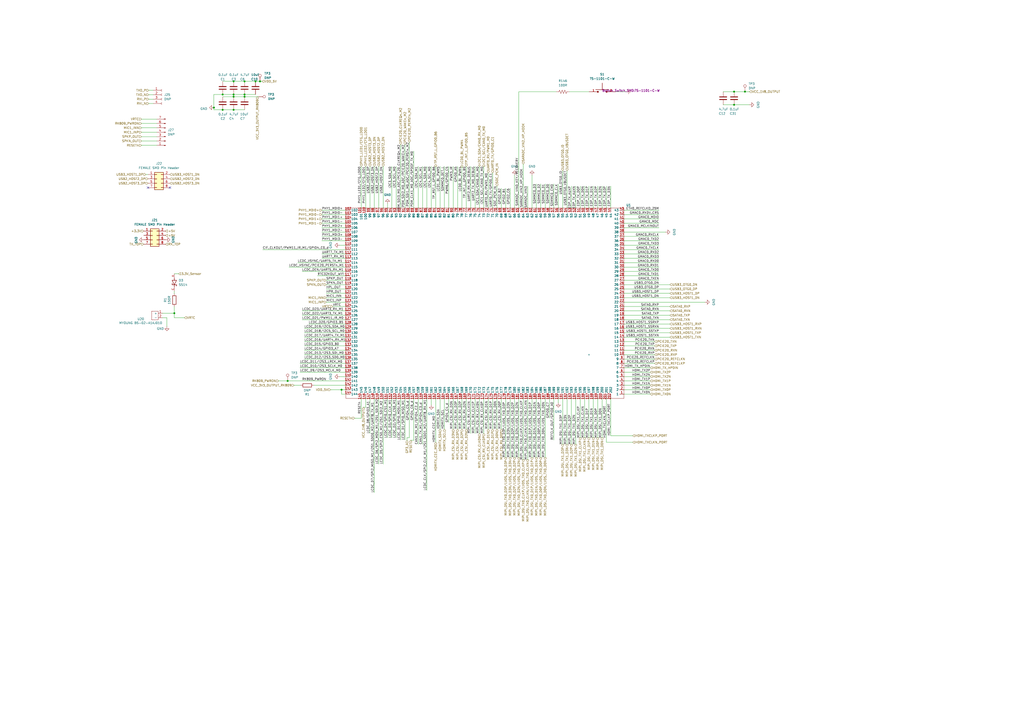
<source format=kicad_sch>
(kicad_sch (version 20230819) (generator eeschema)
  (paper "A2")
  (junction (at 150.8215 47.1958))
  (junction (at 135.5112 56.0858))
  (junction (at 129.1612 54.8158))
  (junction (at 432.1454 53.1687))
  (junction (at 135.5112 63.7058))
  (junction (at 129.1612 63.7058))
  (junction (at 141.8612 47.1958))
  (junction (at 101.1205 181.6835))
  (junction (at 198.12 226.06))
  (junction (at 425.8378 53.1687))
  (junction (at 135.5112 47.1958))
  (junction (at 135.5112 54.8158))
  (junction (at 124.0812 62.4358))
  (junction (at 141.8612 54.8158))
  (junction (at 141.8612 56.0858))
  (junction (at 166.8703 220.9744))
  (junction (at 425.8378 60.7887))
  (junction (at 148.2112 47.1958))
  (no_connect (at 85.8683 108.8433))
  (no_connect (at 98.5683 108.8433))
  (wire (pts (xy 361.95 124.46) (xy 382.27 124.46)))
  (wire (pts (xy 175.26 185.42) (xy 200.66 185.42)))
  (wire (pts (xy 257.81 120.65) (xy 257.81 96.52)))
  (wire (pts (xy 82.0583 84.3287) (xy 90.9483 84.3287)))
  (wire (pts (xy 229.87 231.14) (xy 229.87 254)))
  (wire (pts (xy 316.23 106.68) (xy 316.23 120.65)))
  (wire (pts (xy 288.29 107.95) (xy 288.29 120.65)))
  (wire (pts (xy 150.8215 47.1958) (xy 152.0212 47.1958)))
  (wire (pts (xy 273.05 231.14) (xy 273.05 251.46)))
  (wire (pts (xy 361.95 198.12) (xy 379.73 198.12)))
  (wire (pts (xy 361.95 226.06) (xy 377.19 226.06)))
  (wire (pts (xy 86.313 57.4984) (xy 88.853 57.4984)))
  (wire (pts (xy 232.41 120.65) (xy 232.41 83.82)))
  (wire (pts (xy 303.53 231.14) (xy 303.53 266.7)))
  (wire (pts (xy 300.99 53.2602) (xy 322.6793 53.2602)))
  (wire (pts (xy 425.8378 53.1687) (xy 432.1454 53.1687)))
  (wire (pts (xy 267.97 231.14) (xy 267.97 248.92)))
  (wire (pts (xy 339.09 107.95) (xy 339.09 120.65)))
  (wire (pts (xy 265.43 231.14) (xy 265.43 248.92)))
  (wire (pts (xy 290.83 231.14) (xy 290.83 248.92)))
  (wire (pts (xy 224.79 118.11) (xy 224.79 120.65)))
  (wire (pts (xy 270.51 231.14) (xy 270.51 248.92)))
  (wire (pts (xy 432.1454 53.1687) (xy 434.7278 53.1687)))
  (wire (pts (xy 419.4878 53.1687) (xy 425.8378 53.1687)))
  (wire (pts (xy 361.95 132.08) (xy 382.27 132.08)))
  (wire (pts (xy 361.95 165.1) (xy 388.62 165.1)))
  (wire (pts (xy 189.23 172.72) (xy 200.66 172.72)))
  (wire (pts (xy 321.31 106.68) (xy 321.31 120.65)))
  (wire (pts (xy 318.77 106.68) (xy 318.77 120.65)))
  (wire (pts (xy 101.1205 177.8735) (xy 101.1205 181.6835)))
  (wire (pts (xy 361.95 223.52) (xy 377.19 223.52)))
  (wire (pts (xy 242.57 120.65) (xy 242.57 96.52)))
  (wire (pts (xy 149.963 56.0858) (xy 141.8612 56.0858)))
  (wire (pts (xy 161.6321 220.9744) (xy 166.8703 220.9744)))
  (wire (pts (xy 361.95 129.54) (xy 382.27 129.54)))
  (wire (pts (xy 189.23 162.56) (xy 200.66 162.56)))
  (wire (pts (xy 175.26 180.34) (xy 200.66 180.34)))
  (wire (pts (xy 236.0953 253.8195) (xy 237.49 253.8195)))
  (wire (pts (xy 82.0583 71.6287) (xy 90.9483 71.6287)))
  (wire (pts (xy 300.99 231.14) (xy 300.99 265.43)))
  (wire (pts (xy 275.59 231.14) (xy 275.59 251.46)))
  (wire (pts (xy 361.95 162.56) (xy 382.27 162.56)))
  (wire (pts (xy 252.73 120.65) (xy 252.73 96.52)))
  (wire (pts (xy 240.03 231.14) (xy 240.03 255.3435)))
  (wire (pts (xy 214.63 231.14) (xy 214.63 251.46)))
  (wire (pts (xy 101.1205 170.2535) (xy 101.1205 168.9835)))
  (wire (pts (xy 234.95 231.14) (xy 234.95 255.27)))
  (wire (pts (xy 334.01 107.95) (xy 334.01 120.65)))
  (wire (pts (xy 247.65 120.65) (xy 247.65 96.52)))
  (wire (pts (xy 326.39 99.06) (xy 326.39 120.65)))
  (wire (pts (xy 236.0953 255.5838) (xy 236.0953 253.8195)))
  (wire (pts (xy 82.0583 69.0887) (xy 90.9483 69.0887)))
  (wire (pts (xy 354.33 107.95) (xy 354.33 120.65)))
  (wire (pts (xy 349.25 107.95) (xy 349.25 120.65)))
  (wire (pts (xy 103.6605 158.8235) (xy 101.1205 158.8235)))
  (wire (pts (xy 273.05 96.52) (xy 273.05 120.65)))
  (wire (pts (xy 82.0583 76.7087) (xy 90.9483 76.7087)))
  (wire (pts (xy 240.03 255.3435) (xy 238.2805 255.3435)))
  (wire (pts (xy 200.66 228.6) (xy 198.12 228.6)))
  (wire (pts (xy 361.95 121.92) (xy 382.27 121.92)))
  (wire (pts (xy 227.33 120.65) (xy 227.33 96.52)))
  (wire (pts (xy 361.95 213.36) (xy 377.19 213.36)))
  (wire (pts (xy 262.89 231.14) (xy 262.89 248.92)))
  (wire (pts (xy 176.53 203.2) (xy 200.66 203.2)))
  (wire (pts (xy 135.5112 56.0858) (xy 141.8612 56.0858)))
  (wire (pts (xy 419.4878 60.7887) (xy 425.8378 60.7887)))
  (wire (pts (xy 94.291 181.6835) (xy 94.291 181.757)))
  (wire (pts (xy 86.313 54.9584) (xy 88.853 54.9584)))
  (wire (pts (xy 189.23 175.26) (xy 200.66 175.26)))
  (wire (pts (xy 361.95 167.64) (xy 388.62 167.64)))
  (wire (pts (xy 361.95 203.2) (xy 379.73 203.2)))
  (wire (pts (xy 186.69 139.7) (xy 200.66 139.7)))
  (wire (pts (xy 148.2112 47.1958) (xy 150.8215 47.1958)))
  (wire (pts (xy 308.61 231.14) (xy 308.61 265.43)))
  (wire (pts (xy 184.15 160.02) (xy 200.66 160.02)))
  (wire (pts (xy 182.0252 223.52) (xy 200.66 223.52)))
  (wire (pts (xy 82.0583 74.1687) (xy 90.9483 74.1687)))
  (wire (pts (xy 94.291 181.6835) (xy 101.1205 181.6835)))
  (wire (pts (xy 176.53 193.04) (xy 200.66 193.04)))
  (wire (pts (xy 290.83 109.22) (xy 290.83 120.65)))
  (wire (pts (xy 219.71 96.52) (xy 219.71 120.65)))
  (wire (pts (xy 222.25 96.52) (xy 222.25 120.65)))
  (wire (pts (xy 295.91 109.22) (xy 295.91 120.65)))
  (wire (pts (xy 313.69 231.14) (xy 313.69 265.43)))
  (wire (pts (xy 361.95 185.42) (xy 388.62 185.42)))
  (wire (pts (xy 330.2993 53.2602) (xy 341.7293 53.2602)))
  (wire (pts (xy 227.33 231.14) (xy 227.33 254)))
  (wire (pts (xy 240.03 120.65) (xy 240.03 87.63)))
  (wire (pts (xy 351.79 107.95) (xy 351.79 120.65)))
  (wire (pts (xy 367.03 256.54) (xy 351.79 256.54)))
  (wire (pts (xy 96.831 184.297) (xy 94.291 184.297)))
  (wire (pts (xy 341.63 107.95) (xy 341.63 120.65)))
  (wire (pts (xy 176.53 195.58) (xy 200.66 195.58)))
  (wire (pts (xy 179.07 187.96) (xy 200.66 187.96)))
  (wire (pts (xy 129.1612 47.1958) (xy 135.5112 47.1958)))
  (wire (pts (xy 386.08 134.62) (xy 361.95 134.62)))
  (wire (pts (xy 250.19 234.95) (xy 250.19 231.14)))
  (wire (pts (xy 313.69 106.68) (xy 313.69 120.65)))
  (wire (pts (xy 321.31 231.14) (xy 321.31 255.27)))
  (wire (pts (xy 234.95 120.65) (xy 234.95 83.82)))
  (wire (pts (xy 361.95 220.98) (xy 377.19 220.98)))
  (wire (pts (xy 189.23 167.64) (xy 200.66 167.64)))
  (wire (pts (xy 278.13 96.52) (xy 278.13 120.65)))
  (wire (pts (xy 148.2112 54.8158) (xy 141.8612 54.8158)))
  (wire (pts (xy 212.09 96.52) (xy 212.09 120.65)))
  (wire (pts (xy 176.53 205.74) (xy 200.66 205.74)))
  (wire (pts (xy 166.8703 220.98) (xy 200.66 220.98)))
  (wire (pts (xy 224.79 231.14) (xy 224.79 254)))
  (wire (pts (xy 361.95 187.96) (xy 388.62 187.96)))
  (wire (pts (xy 425.8378 60.7887) (xy 434.7278 60.7887)))
  (wire (pts (xy 336.55 107.95) (xy 336.55 120.65)))
  (wire (pts (xy 361.95 142.24) (xy 382.27 142.24)))
  (wire (pts (xy 193.04 177.8) (xy 200.66 177.8)))
  (wire (pts (xy 176.53 198.12) (xy 200.66 198.12)))
  (wire (pts (xy 166.8703 220.98) (xy 166.8703 220.9744)))
  (wire (pts (xy 237.49 120.65) (xy 237.49 82.55)))
  (wire (pts (xy 311.15 106.68) (xy 311.15 120.65)))
  (wire (pts (xy 285.75 100.33) (xy 285.75 120.65)))
  (wire (pts (xy 170.5604 223.52) (xy 174.4052 223.52)))
  (wire (pts (xy 361.95 170.18) (xy 388.62 170.18)))
  (wire (pts (xy 331.47 107.95) (xy 331.47 120.65)))
  (wire (pts (xy 336.55 231.14) (xy 336.55 254)))
  (wire (pts (xy 186.69 137.16) (xy 200.66 137.16)))
  (wire (pts (xy 298.45 101.6) (xy 298.45 120.65)))
  (wire (pts (xy 189.23 165.1) (xy 200.66 165.1)))
  (wire (pts (xy 176.53 208.28) (xy 200.66 208.28)))
  (wire (pts (xy 351.79 256.54) (xy 351.79 231.14)))
  (wire (pts (xy 214.63 96.52) (xy 214.63 120.65)))
  (wire (pts (xy 186.69 149.86) (xy 200.66 149.86)))
  (wire (pts (xy 328.93 99.06) (xy 328.93 120.65)))
  (wire (pts (xy 209.55 96.52) (xy 209.55 120.65)))
  (wire (pts (xy 295.91 231.14) (xy 295.91 265.43)))
  (wire (pts (xy 346.71 107.95) (xy 346.71 120.65)))
  (wire (pts (xy 217.17 96.52) (xy 217.17 120.65)))
  (wire (pts (xy 229.87 120.65) (xy 229.87 96.52)))
  (wire (pts (xy 341.63 231.14) (xy 341.63 254)))
  (wire (pts (xy 361.95 182.88) (xy 388.62 182.88)))
  (wire (pts (xy 280.67 96.52) (xy 280.67 120.65)))
  (wire (pts (xy 361.95 193.04) (xy 388.62 193.04)))
  (wire (pts (xy 344.17 231.14) (xy 344.17 254)))
  (wire (pts (xy 209.55 242.57) (xy 209.55 231.14)))
  (wire (pts (xy 323.85 233.68) (xy 323.85 231.14)))
  (wire (pts (xy 361.95 205.74) (xy 379.73 205.74)))
  (wire (pts (xy 267.97 96.52) (xy 267.97 120.65)))
  (wire (pts (xy 280.67 231.14) (xy 280.67 251.46)))
  (wire (pts (xy 361.95 190.5) (xy 388.62 190.5)))
  (wire (pts (xy 106.991 184.297) (xy 101.1205 184.297)))
  (wire (pts (xy 212.09 236.22) (xy 212.09 231.14)))
  (wire (pts (xy 200.66 210.82) (xy 173.99 210.82)))
  (wire (pts (xy 255.27 231.14) (xy 255.27 248.92)))
  (wire (pts (xy 293.37 231.14) (xy 293.37 265.43)))
  (wire (pts (xy 306.07 107.95) (xy 306.07 120.65)))
  (wire (pts (xy 141.8612 54.8158) (xy 135.5112 54.8158)))
  (wire (pts (xy 275.59 96.52) (xy 275.59 120.65)))
  (wire (pts (xy 222.25 231.14) (xy 222.25 269.24)))
  (wire (pts (xy 285.75 231.14) (xy 285.75 248.92)))
  (wire (pts (xy 323.85 106.68) (xy 323.85 120.65)))
  (wire (pts (xy 361.95 152.4) (xy 382.27 152.4)))
  (wire (pts (xy 196.85 142.24) (xy 200.66 142.24)))
  (wire (pts (xy 237.49 231.14) (xy 237.49 253.8195)))
  (wire (pts (xy 200.66 213.36) (xy 173.99 213.36)))
  (wire (pts (xy 86.313 52.4184) (xy 88.853 52.4184)))
  (wire (pts (xy 175.26 157.48) (xy 200.66 157.48)))
  (wire (pts (xy 349.25 231.14) (xy 349.25 254)))
  (wire (pts (xy 361.95 154.94) (xy 382.27 154.94)))
  (wire (pts (xy 257.81 231.14) (xy 257.81 248.92)))
  (wire (pts (xy 334.01 231.14) (xy 334.01 257.81)))
  (wire (pts (xy 219.71 231.14) (xy 219.71 269.24)))
  (wire (pts (xy 186.69 124.46) (xy 200.66 124.46)))
  (wire (pts (xy 270.51 96.52) (xy 270.51 120.65)))
  (wire (pts (xy 367.03 252.73) (xy 354.33 252.73)))
  (wire (pts (xy 96.831 189.377) (xy 96.831 184.297)))
  (wire (pts (xy 210.82 236.22) (xy 212.09 236.22)))
  (wire (pts (xy 361.95 195.58) (xy 388.62 195.58)))
  (wire (pts (xy 141.8612 47.1958) (xy 148.2112 47.1958)))
  (wire (pts (xy 186.69 132.08) (xy 200.66 132.08)))
  (wire (pts (xy 250.19 120.65) (xy 250.19 96.52)))
  (wire (pts (xy 308.61 101.6) (xy 308.61 120.65)))
  (wire (pts (xy 339.09 231.14) (xy 339.09 254)))
  (wire (pts (xy 361.95 127) (xy 382.27 127)))
  (wire (pts (xy 300.99 53.2602) (xy 300.99 120.65)))
  (wire (pts (xy 288.29 231.14) (xy 288.29 248.92)))
  (wire (pts (xy 198.12 228.6) (xy 198.12 226.06)))
  (wire (pts (xy 283.21 100.33) (xy 283.21 120.65)))
  (wire (pts (xy 265.43 96.52) (xy 265.43 120.65)))
  (wire (pts (xy 361.95 149.86) (xy 382.27 149.86)))
  (wire (pts (xy 344.17 107.95) (xy 344.17 120.65)))
  (wire (pts (xy 361.95 180.34) (xy 388.62 180.34)))
  (wire (pts (xy 129.1612 63.7058) (xy 135.5112 63.7058)))
  (wire (pts (xy 361.95 147.32) (xy 382.27 147.32)))
  (wire (pts (xy 129.1612 54.8158) (xy 124.0812 54.8158)))
  (wire (pts (xy 186.69 129.54) (xy 200.66 129.54)))
  (wire (pts (xy 361.95 200.66) (xy 379.73 200.66)))
  (wire (pts (xy 260.35 231.14) (xy 260.35 245.11)))
  (wire (pts (xy 361.95 160.02) (xy 382.27 160.02)))
  (wire (pts (xy 176.53 190.5) (xy 200.66 190.5)))
  (wire (pts (xy 172.72 152.4) (xy 200.66 152.4)))
  (wire (pts (xy 361.95 144.78) (xy 382.27 144.78)))
  (wire (pts (xy 255.27 120.65) (xy 255.27 96.52)))
  (wire (pts (xy 82.0583 79.2487) (xy 90.9483 79.2487)))
  (wire (pts (xy 361.95 172.72) (xy 388.62 172.72)))
  (wire (pts (xy 217.17 231.14) (xy 217.17 285.75)))
  (wire (pts (xy 311.15 231.14) (xy 311.15 265.43)))
  (wire (pts (xy 124.0812 63.7058) (xy 129.1612 63.7058)))
  (wire (pts (xy 361.95 177.8) (xy 388.62 177.8)))
  (wire (pts (xy 331.47 231.14) (xy 331.47 257.81)))
  (wire (pts (xy 361.95 210.82) (xy 379.73 210.82)))
  (wire (pts (xy 262.89 96.52) (xy 262.89 120.65)))
  (wire (pts (xy 247.65 231.14) (xy 247.65 284.48)))
  (wire (pts (xy 186.69 127) (xy 200.66 127)))
  (wire (pts (xy 316.23 231.14) (xy 316.23 265.43)))
  (wire (pts (xy 361.95 215.9) (xy 377.19 215.9)))
  (wire (pts (xy 361.95 157.48) (xy 382.27 157.48)))
  (wire (pts (xy 303.53 95.25) (xy 303.53 120.65)))
  (wire (pts (xy 175.26 182.88) (xy 200.66 182.88)))
  (wire (pts (xy 408.94 175.26) (xy 361.95 175.26)))
  (wire (pts (xy 293.37 109.22) (xy 293.37 120.65)))
  (wire (pts (xy 135.5112 54.8158) (xy 129.1612 54.8158)))
  (wire (pts (xy 356.9693 53.2602) (xy 363.3193 53.2602)))
  (wire (pts (xy 84.5983 101.2233) (xy 85.8683 101.2233)))
  (wire (pts (xy 361.95 228.6) (xy 377.19 228.6)))
  (wire (pts (xy 318.77 231.14) (xy 318.77 242.57)))
  (wire (pts (xy 361.95 137.16) (xy 382.27 137.16)))
  (wire (pts (xy 198.12 226.06) (xy 200.66 226.06)))
  (wire (pts (xy 306.07 231.14) (xy 306.07 266.7)))
  (wire (pts (xy 200.66 215.9) (xy 173.99 215.9)))
  (wire (pts (xy 124.0812 54.8158) (xy 124.0812 62.4358)))
  (wire (pts (xy 152.4 144.78) (xy 200.66 144.78)))
  (wire (pts (xy 354.33 252.73) (xy 354.33 231.14)))
  (wire (pts (xy 86.313 60.0384) (xy 88.853 60.0384)))
  (wire (pts (xy 135.5112 47.1958) (xy 141.8612 47.1958)))
  (wire (pts (xy 361.95 208.28) (xy 379.73 208.28)))
  (wire (pts (xy 135.5112 63.7058) (xy 141.8612 63.7058)))
  (wire (pts (xy 328.93 231.14) (xy 328.93 257.81)))
  (wire (pts (xy 170.5604 223.5008) (xy 170.5604 223.52)))
  (wire (pts (xy 101.1205 184.297) (xy 101.1205 181.6835)))
  (wire (pts (xy 176.53 200.66) (xy 200.66 200.66)))
  (wire (pts (xy 245.11 231.14) (xy 245.11 257.81)))
  (wire (pts (xy 245.11 120.65) (xy 245.11 96.52)))
  (wire (pts (xy 83.3405 141.647) (xy 83.3724 141.647)))
  (wire (pts (xy 278.13 231.14) (xy 278.13 251.46)))
  (wire (pts (xy 252.73 231.14) (xy 252.73 256.54)))
  (wire (pts (xy 82.0583 81.7887) (xy 90.9483 81.7887)))
  (wire (pts (xy 260.35 96.52) (xy 260.35 120.65)))
  (wire (pts (xy 205.74 242.57) (xy 209.55 242.57)))
  (wire (pts (xy 186.69 147.32) (xy 200.66 147.32)))
  (wire (pts (xy 149.963 56.085) (xy 149.963 56.0858)))
  (wire (pts (xy 167.64 154.94) (xy 200.66 154.94)))
  (wire (pts (xy 186.69 121.92) (xy 200.66 121.92)))
  (wire (pts (xy 298.45 231.14) (xy 298.45 265.43)))
  (wire (pts (xy 186.69 134.62) (xy 200.66 134.62)))
  (wire (pts (xy 189.23 170.18) (xy 200.66 170.18)))
  (wire (pts (xy 196.85 218.44) (xy 200.66 218.44)))
  (wire (pts (xy 129.1612 56.0858) (xy 135.5112 56.0858)))
  (wire (pts (xy 191.77 226.06) (xy 198.12 226.06)))
  (wire (pts (xy 361.95 218.44) (xy 377.19 218.44)))
  (wire (pts (xy 346.71 231.14) (xy 346.71 254)))
  (wire (pts (xy 124.0812 62.4358) (xy 124.0812 63.7058)))
  (wire (pts (xy 326.39 231.14) (xy 326.39 257.81)))
  (wire (pts (xy 283.21 231.14) (xy 283.21 248.92)))
  (wire (pts (xy 232.41 231.14) (xy 232.41 255.27)))
  (wire (pts (xy 361.95 139.7) (xy 382.27 139.7)))
  (wire (pts (xy 242.57 231.14) (xy 242.57 257.81)))
  (label "SPKP_OUT" (at 189.23 162.56 0))
  (label "GMAC0_TXD0" (at 382.27 157.48 180))
  (label "PDM_SDI1_M0_ADC{slash}PCIE20_PERSTn_M2" (at 237.49 82.55 270))
  (label "PDM_SDI2_M0_ADC{slash}PCIE20_WAKEn_M2" (at 234.95 83.82 270))
  (label "EDP_TX_D2P" (at 346.71 107.95 270))
  (label "LCDC_D1{slash}SPI0_MISO_M1" (at 234.95 255.27 90))
  (label "GPIO0_C7" (at 318.77 242.57 90))
  (label "SDMMC0_D3" (at 311.15 106.68 270))
  (label "RTC32KOUT_WIFI" (at 184.15 160.02 0))
  (label "LCDC_D20{slash}GPIO3_B5" (at 179.07 187.96 0))
  (label "MIPI_CSI_RX_CLK0P" (at 280.67 251.46 90))
  (label "I2C4_SCL_M0" (at 250.19 96.52 270))
  (label "GMAC0_RXD1" (at 382.27 154.94 180))
  (label "PHY1_MDI0+" (at 186.69 121.92 0))
  (label "GMAC0_TXCLK" (at 382.27 144.78 180))
  (label "I2C1_SDA{slash}CAN0_RX_M0" (at 278.13 96.52 270))
  (label "PHY1_MDI1-" (at 186.69 129.54 0))
  (label "I2C3_SDA_M0" (at 227.33 96.52 270))
  (label "MIPI_DSI_TX1_CLKN" (at 339.09 254 90))
  (label "GPIO4_C6_d" (at 240.03 243.84 90))
  (label "PHY1_MDI2+" (at 186.69 132.08 0))
  (label "SARADC_VIN2_HP_HOOK" (at 303.53 97.79 270))
  (label "MIPI_CSI_RX_D2P" (at 267.97 248.92 90))
  (label "EDP_TX_D2N" (at 349.25 107.95 270))
  (label "GPIO2_B1" (at 293.37 109.22 270))
  (label "MIPI_DSI_TX1_D0N" (at 349.25 254 90))
  (label "MIPI_DSI_TX1_D1P" (at 341.63 254 90))
  (label "HDMI_TX1N" (at 377.19 223.52 180))
  (label "UART0_RX{slash}PWM1_M0" (at 283.21 100.33 270))
  (label "MIPI_DSI_TX0_D2P{slash}LVDS_TX0_D2P" (at 298.45 265.43 90))
  (label "EDP_TX_AUXP" (at 331.47 107.95 270))
  (label "UART7_TX_M1" (at 186.69 147.32 0))
  (label "SATA0_RXP" (at 382.27 177.8 180))
  (label "GMAC0_RXCLK" (at 382.27 137.16 180))
  (label "LCDC_D21{slash}PWM11_IR_M0" (at 175.26 185.42 0))
  (label "MIPI_DSI_TX0_D2N{slash}LVDS_TX0_D2N" (at 300.99 265.43 90))
  (label "PHY1_MDI3+" (at 186.69 137.16 0))
  (label "SOC_PCM_IN" (at 288.29 107.95 270))
  (label "PHY1_MDI3-" (at 186.69 139.7 0))
  (label "PDM_CLK1_M0_ADC{slash}SPDOF_TX_M0" (at 240.03 87.63 270))
  (label "GPIO4_C5_d" (at 237.49 243.84 90))
  (label "USB2_HOST2_DN" (at 222.25 96.52 270))
  (label "MIPI_DSI_TX0_D3N{slash}LVDS_TX0_D3N" (at 295.91 265.43 90))
  (label "PCIE20_TXN" (at 379.73 198.12 180))
  (label "MIPI_DSI_TX1_D3N" (at 328.93 257.81 90))
  (label "LCDC_D8{slash}GPIO3_A1" (at 214.63 251.46 90))
  (label "LCDC_D6{slash}SPI2_MOSI_M1{slash}I2S1_SDI3_M2" (at 219.71 269.24 90))
  (label "USB3_OTG0_DP" (at 382.27 167.64 180))
  (label "LCDC_D12{slash}I2S3_SD0_M0" (at 176.53 208.28 0))
  (label "LCDC_D18{slash}I2C5_SCL_M0" (at 176.53 193.04 0))
  (label "LCDC_D16{slash}UART4_RX_M1" (at 176.53 198.12 0))
  (label "MIPI_DSI_TX0_D0N{slash}LVDS_TX0_D0N" (at 316.23 265.43 90))
  (label "GMAC0_MDC" (at 382.27 129.54 180))
  (label "LCDC_D2{slash}SPI0_CS0_M1" (at 229.87 254 90))
  (label "I2C1_SCL{slash}CAN0_TX_M0" (at 280.67 96.52 270))
  (label "MIPI_DSI_TX0_CLKN{slash}LVDS_TX0_CLKN" (at 306.07 266.7 90))
  (label "CIF_CLKOUT{slash}PWM11_IR_M1{slash}GPIO4_C0_d" (at 152.4 144.78 0))
  (label "HDMI_TXCLKP_PORT" (at 354.33 252.73 90))
  (label "PHY1_LED2{slash}CFG_LDO1" (at 212.09 96.52 270))
  (label "ETH0_REFCLKO_25M" (at 382.27 121.92 180))
  (label "GMAC0_MCLKINOUT" (at 382.27 132.08 180))
  (label "MIC1_INN" (at 189.23 172.72 0))
  (label "PWM3_IR" (at 262.89 96.52 270))
  (label "MIPI_DSI_TX1_D2N" (at 334.01 257.81 90))
  (label "EDP_TX_AUXN" (at 334.01 107.95 270))
  (label "MIPI_DSI_TX0_D3P{slash}LVDS_TX0_D3P" (at 293.37 265.43 90))
  (label "PWM6{slash}GPIO0_C5" (at 260.35 96.52 270))
  (label "GMAC0_TXD3" (at 382.27 142.24 180))
  (label "LCDC_D11{slash}I2S3_LRCK_M0" (at 173.99 210.82 0))
  (label "SDMMC0_CLK" (at 323.85 106.68 270))
  (label "LCDC_D19{slash}I2C5_SDA_M0" (at 176.53 190.5 0))
  (label "LCDC_D23{slash}UART3_RX_M1" (at 175.26 180.34 0))
  (label "PCIE20_RXN" (at 379.73 203.2 180))
  (label "GMAC0_RXD0" (at 382.27 152.4 180))
  (label "I2C4_SDA_M0" (at 247.65 96.52 270))
  (label "I2C4_SCL_M1" (at 245.11 96.52 270))
  (label "SATA0_TXN" (at 382.27 185.42 180))
  (label "USB2_HOST3_DP" (at 214.63 96.52 270))
  (label "SATA0_TXP" (at 382.27 182.88 180))
  (label "GPIO0_A5" (at 265.43 96.52 270))
  (label "LCDC_D4{slash}SPI0_CS1_M1" (at 224.79 254 90))
  (label "PCIE20_RXP" (at 379.73 205.74 180))
  (label "MIC1_INP" (at 189.23 175.26 0))
  (label "LCDC_D17{slash}UART4_TX_M1" (at 176.53 195.58 0))
  (label "CAN1_TX_M1{slash}GPIO4_C3_d" (at 245.11 257.81 90))
  (label "LCDC_VSYNC{slash}UART5_TX_M1" (at 172.72 152.4 0))
  (label "MIPI_DSI_TX1_D1N" (at 344.17 254 90))
  (label "MIPI_DSI_TX1_D0P" (at 346.71 254 90))
  (label "LCDC_D10{slash}I2S3_SCLK_M0" (at 173.99 213.36 0))
  (label "SARADC_VIN3" (at 306.07 107.95 270))
  (label "USB3_HOST1_DP" (at 382.27 170.18 180))
  (label "SPKN_OUT" (at 189.23 165.1 0))
  (label "USB3_OTG0_DN" (at 382.27 165.1 180))
  (label "USB2_HOST3_DN" (at 217.17 96.52 270))
  (label "HDMITX_SDA" (at 255.27 248.92 90))
  (label "USB3_HOST1_SSTXP" (at 382.27 193.04 180))
  (label "MIPI_CSI_RX_CLK1P" (at 275.59 251.46 90))
  (label "EDP_TX_D3N" (at 354.33 107.95 270))
  (label "LCDC_D14{slash}GPIO3_A7" (at 176.53 203.2 0))
  (label "HDMI_TX2N" (at 377.19 218.44 180))
  (label "PHY1_MDI0-" (at 186.69 124.46 0))
  (label "UART2_RX_M0_DEBUG" (at 273.05 96.52 270))
  (label "MIPI_DSI_TX0_D1P{slash}LVDS_TX0_D1P" (at 308.61 265.43 90))
  (label "RK809_PWRON" (at 175.26 220.98 0))
  (label "LCDC_D3{slash}SPI0_CLK_M1" (at 227.33 254 90))
  (label "MIPI_DSI_TX0_CLKP{slash}LVDS_TX0_CLKP" (at 303.53 266.7 90))
  (label "UART0_TX{slash}GPIO0_C1" (at 285.75 100.33 270))
  (label "UART2_TX_M0_DEBUG" (at 275.59 96.52 270))
  (label "EDP_TX_D1P" (at 341.63 107.95 270))
  (label "MIPI_CSI_RX_D2N" (at 270.51 248.92 90))
  (label "GMAC0_TXEN" (at 382.27 162.56 180))
  (label "PHY1_MDI1+" (at 186.69 127 0))
  (label "PHY1_MDI2-" (at 186.69 134.62 0))
  (label "USB3_OTG0_ID" (at 326.39 99.06 270))
  (label "HDMI_TX1P" (at 377.19 220.98 180))
  (label "LCDC_HSYNC{slash}PCIE20_PERSTn_M1" (at 167.64 154.94 0))
  (label "PDM_SDI3_M0_ADC{slash}PCIE20_CLKREQn_M2" (at 232.41 83.82 270))
  (label "HDMI_TX2P" (at 377.19 215.9 180))
  (label "LCD0_BL_PWM4" (at 267.97 96.52 270))
  (label "HPL_OUT" (at 189.23 167.64 0))
  (label "MIPI_DSI_TX1_CLKP" (at 336.55 254 90))
  (label "SDMMC0_D0" (at 318.77 106.68 270))
  (label "SDMMC0_CMD" (at 321.31 106.68 270))
  (label "SDMMC0_DET_L" (at 257.81 96.52 270))
  (label "LCDC_D9{slash}I2S3_MCLK_M0" (at 173.99 215.9 0))
  (label "LCDC_DEN{slash}UART5_RX_M1" (at 175.26 157.48 0))
  (label "GMAC0_RXD3" (at 382.27 149.86 180))
  (label "GMAC0_RXD2" (at 382.27 147.32 180))
  (label "SDMMC0_D1" (at 316.23 106.68 270))
  (label "EDP_TX_D3P" (at 351.79 107.95 270))
  (label "LCD1_BL_PWM5" (at 255.27 96.52 270))
  (label "SARADC_VIN0_KEY{slash}RECOVERY" (at 300.99 91.44 270))
  (label "HDMITX_CEC_M0" (at 252.73 256.54 90))
  (label "GMAC0_TXD1" (at 382.27 160.02 180))
  (label "LCDC_CLK{slash}SPI2_CLK_M1{slash}I2S1_SDO1_M2{slash}UART8_RX_M1" (at 247.65 284.48 90))
  (label "SDMMC0_D2" (at 313.69 106.68 270))
  (label "GPIO2_B2" (at 290.83 109.22 270))
  (label "USB2_HOST2_DP" (at 219.71 96.52 270))
  (label "LCDC_D22{slash}UART3_TX_M1" (at 175.26 182.88 0))
  (label "HDMI_TX0N" (at 377.19 228.6 180))
  (label "HDMI_TX0P" (at 377.19 226.06 180))
  (label "HDMI_TX_HPDIN" (at 377.19 213.36 180))
  (label "I2C3_SCL_M0" (at 229.87 96.52 270))
  (label "VRTC" (at 193.04 177.8 0))
  (label "GMAC0_RXDV_CRS" (at 382.27 124.46 180))
  (label "HDMITX_SCL" (at 257.81 248.92 90))
  (label "MIPI_CSI_RX_D0N" (at 288.29 248.92 90))
  (label "MIPI_DSI_TX1_D2P" (at 331.47 257.81 90))
  (label "LCDC_D7{slash}SPI2_MISO_M1{slash}I2S1_SDO0_M2{slash}UART8_TX_M1" (at 217.17 285.75 90))
  (label "PCIE20_REFCLKP" (at 379.73 210.82 180))
  (label "TP_RST_L_GPIO0_B6" (at 252.73 96.52 270))
  (label "REFCLK_OUT{slash}GPIO0_A0" (at 321.31 255.27 90))
  (label "EDP_TX_D0P" (at 336.55 107.95 270))
  (label "MIPI_DSI_TX1_D3P" (at 326.39 257.81 90))
  (label "HPR_OUT" (at 189.23 170.18 0))
  (label "MIPI_CSI_RX_D1N" (at 283.21 248.92 90))
  (label "USB3_OTG0_VBUSDET" (at 328.93 99.06 270))
  (label "HDMI_TXCLKN_PORT" (at 351.79 254 90))
  (label "I2C4_SDA_M1" (at 242.57 96.52 270))
  (label "LCDC_D5{slash}SPI2_CS0_M1{slash}I2S1_SDI2_M2" (at 222.25 269.24 90))
  (label "MIPI_CSI_RX_D3P" (at 265.43 248.92 90))
  (label "MIPI_CSI_RX_D1P" (at 285.75 248.92 90))
  (label "UART7_RX_M1" (at 186.69 149.86 0))
  (label "GPIO4_C4_d" (at 260.35 245.11 90))
  (label "LCDC_D15{slash}GPIO3_B0" (at 176.53 200.66 0))
  (label "EDP_TX_D0N" (at 339.09 107.95 270))
  (label "GMAC0_TXD2" (at 382.27 139.7 180))
  (label "MIPI_CSI_RX_CLK0N" (at 278.13 251.46 90))
  (label "LCDC_D1{slash}SPI0_MOSI_M1" (at 232.41 255.27 90))
  (label "MIPI_DSI_TX0_D0P{slash}LVDS_TX0_D0P" (at 313.69 265.43 90))
  (label "LCDC_D13{slash}I2S3_SDI_M0" (at 176.53 205.74 0))
  (label "USB3_HOST1_SSRXP" (at 382.27 187.96 180))
  (label "USB3_HOST1_SSTXN" (at 382.27 195.58 180))
  (label "MIPI_CSI_RX_D0P" (at 290.83 248.92 90))
  (label "CAN1_RX_M1{slash}GPIO4_C2_d" (at 242.57 257.81 90))
  (label "PCIE20_TXP" (at 379.73 200.66 180))
  (label "GPIO2_C6" (at 295.91 109.22 270))
  (label "USB3_HOST1_SSRXN" (at 382.27 190.5 180))
  (label "MIPI_CSI_RX_CLK1N" (at 273.05 251.46 90))
  (label "EDP_TX_D1N" (at 344.17 107.95 270))
  (label "PCIE20_REFCLKN" (at 379.73 208.28 180))
  (label "SATA0_RXN" (at 382.27 180.34 180))
  (label "PHY1_LED1{slash}CFG_LDO0" (at 209.55 96.52 270))
  (label "TP_INT_L_GPIO0_B5" (at 270.51 96.52 270))
  (label "RESETn" (at 209.55 240.03 90))
  (label "USB3_HOST1_DN" (at 382.27 172.72 180))
  (label "MIPI_CSI_RX_D3N" (at 262.89 248.92 90))
  (label "MIPI_DSI_TX0_D1N{slash}LVDS_TX0_D1N" (at 311.15 265.43 90))
  (label "GMAC0_MDIO" (at 382.27 127 180))
  (hierarchical_label "VCC_3V3_OUTPUT_RK809" (shape input) (at 149.31 56.0858 270))
  (hierarchical_label "HDMI_TX2N" (shape input) (at 377.19 218.44 0))
  (hierarchical_label "PHY1_LED2{slash}CFG_LDO1" (shape input) (at 212.09 96.52 90))
  (hierarchical_label "PCIE20_PERSTn_M2" (shape input) (at 237.49 82.55 90))
  (hierarchical_label "LCD0_BL_PWM4" (shape output) (at 267.97 96.9295 90))
  (hierarchical_label "USB2_HOST3_DN" (shape input) (at 98.5683 106.3033 0))
  (hierarchical_label "USB3_HOST1_TXN" (shape input) (at 388.62 195.58 0))
  (hierarchical_label "I2C1_SCL{slash}CAN0_TX_M0" (shape output) (at 280.67 96.52 90))
  (hierarchical_label "HDMI_TX0N" (shape input) (at 377.19 228.6 0))
  (hierarchical_label "VRTC" (shape input) (at 106.991 184.297 0))
  (hierarchical_label "TP_INT_L_GPIO0_B5" (shape input) (at 270.51 96.6304 90))
  (hierarchical_label "MIPI_DSI_TX1_D3N" (shape output) (at 328.93 257.81 270))
  (hierarchical_label "PHY1_MDI1-" (shape input) (at 186.69 129.54 180))
  (hierarchical_label "SARADC_VIN2_HP_HOOK" (shape input) (at 303.53 95.25 90))
  (hierarchical_label "USB2_HOST2_DP" (shape input) (at 85.8683 103.7633 180))
  (hierarchical_label "MIC1_INN" (shape input) (at 189.23 172.72 180))
  (hierarchical_label "MIPI_DSI_TX0_CLKP{slash}LVDS_TX0_CLKP" (shape output) (at 303.53 266.7 270))
  (hierarchical_label "HDMI_TXCLKN_PORT" (shape input) (at 367.03 256.54 0))
  (hierarchical_label "USB3_HOST1_DN" (shape input) (at 98.5683 101.2233 0))
  (hierarchical_label "I2C1_SDA{slash}CAN0_RX_M0" (shape bidirectional) (at 278.13 96.52 90))
  (hierarchical_label "PCIE20_RXP" (shape input) (at 379.73 205.74 0))
  (hierarchical_label "MIPI_CSI_RX_D0N" (shape input) (at 288.29 248.92 270))
  (hierarchical_label "USB2_HOST3_DP" (shape input) (at 85.8683 106.3033 180))
  (hierarchical_label "TXO_N" (shape input) (at 86.313 54.9584 180) (property "Intersheetrefs" "${INTERSHEET_REFS}" (effects hide)))
  (hierarchical_label "MIPI_DSI_TX1_D2N" (shape output) (at 334.01 257.81 270))
  (hierarchical_label "PCIE20_TXN" (shape input) (at 379.73 198.12 0))
  (hierarchical_label "VDD_5V" (shape input) (at 191.77 226.06 180))
  (hierarchical_label "MIPI_DSI_TX0_D1P{slash}LVDS_TX0_D1P" (shape output) (at 308.61 265.43 270))
  (hierarchical_label "SOC_PCM_IN" (shape input) (at 288.29 107.95 90))
  (hierarchical_label "USB2_HOST3_DP" (shape input) (at 214.63 96.52 90))
  (hierarchical_label "USB3_HOST1_DP" (shape input) (at 388.62 170.18 0))
  (hierarchical_label "MIPI_CSI_RX_D0P" (shape input) (at 290.83 248.92 270))
  (hierarchical_label "MIC1_INP" (shape input) (at 82.0583 76.7087 180))
  (hierarchical_label "HDMITX_CEC_M0" (shape input) (at 252.73 256.54 270))
  (hierarchical_label "PCIE20_REFCLKP" (shape input) (at 379.73 210.82 0))
  (hierarchical_label "MIPI_DSI_TX0_CLKN{slash}LVDS_TX0_CLKN" (shape output) (at 306.07 266.7 270))
  (hierarchical_label "PCIE20_RXN" (shape input) (at 379.73 203.2 0))
  (hierarchical_label "MIPI_CSI_RX_D3N" (shape input) (at 262.89 248.92 270))
  (hierarchical_label "USB3_HOST1_TXP" (shape input) (at 388.62 193.04 0))
  (hierarchical_label "MIPI_DSI_TX1_D3P" (shape output) (at 326.39 257.81 270))
  (hierarchical_label "PHY1_MDI1+" (shape input) (at 186.69 127 180))
  (hierarchical_label "SATA0_RXP" (shape input) (at 388.62 177.8 0))
  (hierarchical_label "VCC_1V8_OUTPUT" (shape input) (at 434.7278 53.1687 0))
  (hierarchical_label "HDMITX_SDA" (shape input) (at 255.27 248.92 270))
  (hierarchical_label "SATA0_RXN" (shape input) (at 388.62 180.34 0))
  (hierarchical_label "USB3_OTG0_ID" (shape input) (at 326.39 99.06 90))
  (hierarchical_label "USB3_OTG0_VBUSDET" (shape input) (at 328.93 99.06 90))
  (hierarchical_label "PHY1_MDI0+" (shape input) (at 186.69 121.92 180))
  (hierarchical_label "VDD_5V" (shape input) (at 152.0212 47.1958 0))
  (hierarchical_label "UART0_TX{slash}GPIO0_C1" (shape input) (at 285.75 100.33 90))
  (hierarchical_label "RESETn" (shape input) (at 82.0583 84.3287 180))
  (hierarchical_label "TXO_P" (shape input) (at 86.313 52.4184 180) (property "Intersheetrefs" "${INTERSHEET_REFS}" (effects hide)))
  (hierarchical_label "USB2_HOST2_DP" (shape input) (at 219.71 96.52 90))
  (hierarchical_label "PCIE20_TXP" (shape input) (at 379.73 200.66 0))
  (hierarchical_label "HDMITX_SCL" (shape input) (at 257.81 248.92 270))
  (hierarchical_label "MIPI_DSI_TX1_D2P" (shape output) (at 331.47 257.81 270))
  (hierarchical_label "MIPI_CSI_RX_D1P" (shape input) (at 285.75 248.92 270))
  (hierarchical_label "MIPI_DSI_TX1_D1P" (shape output) (at 341.63 254 270))
  (hierarchical_label "SPKN_OUT" (shape input) (at 82.0583 81.7887 180))
  (hierarchical_label "MIPI_CSI_RX_CLK0P" (shape input) (at 280.67 251.46 270))
  (hierarchical_label "PHY1_LED1{slash}CFG_LDO0" (shape input) (at 209.55 96.52 90))
  (hierarchical_label "USB3_OTG0_DN" (shape input) (at 388.62 165.1 0))
  (hierarchical_label "RK809_PWRON" (shape input) (at 161.6321 220.9744 180))
  (hierarchical_label "MIPI_DSI_TX0_D2N{slash}LVDS_TX0_D2N" (shape output) (at 300.99 265.43 270))
  (hierarchical_label "MIPI_DSI_TX1_D1N" (shape output) (at 344.17 254 270))
  (hierarchical_label "RESETn" (shape input) (at 205.74 242.57 180))
  (hierarchical_label "RXI_P" (shape input) (at 86.313 57.4984 180) (property "Intersheetrefs" "${INTERSHEET_REFS}" (effects hide)))
  (hierarchical_label "SPKP_OUT" (shape input) (at 189.23 162.56 180))
  (hierarchical_label "SATA0_TXP" (shape input) (at 388.62 182.88 0))
  (hierarchical_label "PCIE20_REFCLKN" (shape input) (at 379.73 208.28 0))
  (hierarchical_label "USB3_HOST1_RXN" (shape input) (at 388.62 190.5 0))
  (hierarchical_label "+5V" (shape input) (at 96.0724 136.567 0))
  (hierarchical_label "MIPI_CSI_RX_D2N" (shape input) (at 270.51 248.92 270))
  (hierarchical_label "HDMI_TX0P" (shape input) (at 377.19 226.06 0))
  (hierarchical_label "3.3V_Sensor" (shape input) (at 103.6605 158.8235 0))
  (hierarchical_label "TX_TOP" (shape input) (at 83.3405 141.647 180))
  (hierarchical_label "VRTC" (shape input) (at 82.0583 69.0887 180))
  (hierarchical_label "MIPI_CSI_RX_D2P" (shape input) (at 267.97 248.92 270))
  (hierarchical_label "HDMI_TXCLKP_PORT" (shape input) (at 367.03 252.73 0))
  (hierarchical_label "MIPI_DSI_TX0_D0P{slash}LVDS_TX0_D0P" (shape output) (at 313.69 265.43 270))
  (hierarchical_label "USB3_HOST1_RXP" (shape input) (at 388.62 187.96 0))
  (hierarchical_label "MIPI_CSI_RX_D1N" (shape input) (at 283.21 248.92 270))
  (hierarchical_label "MIPI_DSI_TX1_D0P" (shape output) (at 346.71 254 270))
  (hierarchical_label "MIPI_DSI_TX1_CLKP" (shape output) (at 336.55 254 270))
  (hierarchical_label "USB3_OTG0_DP" (shape input) (at 388.62 167.64 0))
  (hierarchical_label "PHY1_MDI0-" (shape input) (at 186.69 124.46 180))
  (hierarchical_label "RXI_N" (shape input) (at 86.313 60.0384 180) (property "Intersheetrefs" "${INTERSHEET_REFS}" (effects hide)))
  (hierarchical_label "SATA0_TXN" (shape input) (at 388.62 185.42 0))
  (hierarchical_label "+3.3V" (shape input) (at 83.3724 134.027 180))
  (hierarchical_label "GP3_A" (shape input) (at 236.0953 255.5838 270))
  (hierarchical_label "USB2_HOST3_DN" (shape input) (at 217.17 96.52 90))
  (hierarchical_label "HDMI_TX1P" (shape input) (at 377.19 220.98 0))
  (hierarchical_label "+5V" (shape input) (at 96.0724 134.027 0))
  (hierarchical_label "MIPI_DSI_TX0_D0N{slash}LVDS_TX0_D0N" (shape output) (at 316.23 265.43 270))
  (hierarchical_label "USB2_HOST2_DN" (shape input) (at 222.25 96.52 90))
  (hierarchical_label "MIC1_INP" (shape input) (at 189.23 175.26 180))
  (hierarchical_label "HDMI_TX_HPDIN" (shape input) (at 377.19 213.36 0))
  (hierarchical_label "HDMI_TX2P" (shape input) (at 377.19 215.9 0))
  (hierarchical_label "USB3_HOST1_DN" (shape input) (at 388.62 172.72 0))
  (hierarchical_label "MIPI_CSI_RX_CLK0N" (shape input) (at 278.13 251.46 270))
  (hierarchical_label "RESET" (shape input) (at 238.2805 255.3435 270))
  (hierarchical_label "TP_RST_L_GPIO0_B6" (shape output) (at 252.73 96.52 90))
  (hierarchical_label "USB3_HOST1_DP" (shape input) (at 84.5983 101.2233 180))
  (hierarchical_label "VCC_3V3_OUTPUT_RK809" (shape input) (at 170.5604 223.5008 180))
  (hierarchical_label "UART0_RX{slash}PWM1_M0" (shape input) (at 283.21 100.33 90))
  (hierarchical_label "RX_TOP" (shape input) (at 96.0724 141.647 0))
  (hierarchical_label "MIPI_DSI_TX0_D3N{slash}LVDS_TX0_D3N" (shape output) (at 295.91 265.43 270))
  (hierarchical_label "SPKN_OUT" (shape input) (at 189.23 165.1 180))
  (hierarchical_label "USB2_HOST2_DN" (shape input) (at 98.5683 103.7633 0))
  (hierarchical_label "PCIE20_WAKEn_M2" (shape input) (at 234.95 83.82 90))
  (hierarchical_label "HDMI_TX1N" (shape input) (at 377.19 223.52 0))
  (hierarchical_label "MIC1_INN" (shape input) (at 82.0583 74.1687 180))
  (hierarchical_label "MIPI_CSI_RX_D3P" (shape input) (at 265.43 248.92 270))
  (hierarchical_label "MIPI_DSI_TX1_D0N" (shape output) (at 349.25 254 270))
  (hierarchical_label "MIPI_DSI_TX1_CLKN" (shape output) (at 339.09 254 270))
  (hierarchical_label "MIPI_DSI_TX0_D2P{slash}LVDS_TX0_D2P" (shape output) (at 298.45 265.43 270))
  (hierarchical_label "VRTC" (shape input) (at 193.04 177.8 180))
  (hierarchical_label "PCIE20_CLKREQn_M2" (shape input) (at 232.41 83.82 90))
  (hierarchical_label "MIPI_DSI_TX0_D1N{slash}LVDS_TX0_D1N" (shape output) (at 311.15 265.43 270))
  (hierarchical_label "MIPI_DSI_TX0_D3P{slash}LVDS_TX0_D3P" (shape output) (at 293.37 265.43 270))
  (hierarchical_label "RK809_PWRON" (shape input) (at 82.0583 71.6287 180))
  (hierarchical_label "SPKP_OUT" (shape input) (at 82.0583 79.2487 180))
  (hierarchical_label "VCC_1V8_OUTPUT" (shape input) (at 210.82 236.22 270))
  (symbol (lib_id "Connector:TestPoint") (at 149.963 56.085 270) (unit 1)
    (property "Reference" "TP3" (at 155.4004 54.8149 90) (effects (justify left)))
    (property "Value" "DNP" (at 155.4004 57.3549 90) (effects (justify left)))
    (property "Footprint" "Connector_Pin:Pin_D1.0mm_L10.0mm" (effects hide))
    (property "Description" "test point" (effects hide))
    (instances (project "RP2040_minimal" (path "" (reference "TP3") (unit 1)) (path "" (reference "TP9") (unit 1)) (path "" (reference "TP?") (unit 1))))
  )
  (symbol (lib_id "Device:C") (at 419.4878 56.9787 0) (unit 1)
    (property "Reference" "C12" (at 416.9478 65.8687 0) (effects (justify left)))
    (property "Value" "4.7uF" (at 416.9478 63.3287 0) (effects (justify left)))
    (property "Footprint" "Capacitor_SMD:C_0603_1608Metric" (effects hide))
    (instances (project "RP2040_minimal" (path "" (reference "C12") (unit 1)) (path "" (reference "C?") (unit 1))))
  )
  (symbol (lib_id "Device:C") (at 129.1612 59.8958 0) (unit 1)
    (property "Reference" "C2" (at 127.8912 68.7858 0) (effects (justify left)))
    (property "Value" "0.1uF" (at 126.6212 66.2458 0) (effects (justify left)))
    (property "Footprint" "Capacitor_SMD:C_0603_1608Metric" (effects hide))
    (instances (project "RP2040_minimal" (path "" (reference "C2") (unit 1)) (path "" (reference "C?") (unit 1))))
  )
  (symbol (lib_id "Device:C") (at 129.1612 51.0058 0) (unit 1)
    (property "Reference" "C1" (at 127.8912 45.9258 0) (effects (justify left)))
    (property "Value" "0.1uF" (at 126.6212 43.3858 0) (effects (justify left)))
    (property "Footprint" "Capacitor_SMD:C_0603_1608Metric" (effects hide))
    (instances (project "RP2040_minimal" (path "" (reference "C1") (unit 1)) (path "" (reference "C?") (unit 1))))
  )
  (symbol (lib_id "SS14:SS14") (at 101.1205 163.9035 270) (unit 1)
    (property "Reference" "D3" (at 103.6605 162.6334 90) (effects (justify left)))
    (property "Value" "SS14" (at 103.6605 165.1734 90) (effects (justify left)))
    (property "Footprint" "SS14:DIOM4325X250N" (effects hide))
    (property "STANDARD" "IPC-7351B" (effects hide))
    (property "MAXIMUM_PACKAGE_HEIGHT" "2.5 mm" (effects hide))
    (property "MANUFACTURER" "Taiwan Semiconductor" (effects hide))
    (property "PARTREV" "O2102" (effects hide))
    (instances (project "RP2040_minimal" (path "" (reference "D3") (unit 1)) (path "" (reference "D3") (unit 1)) (path "" (reference "D?") (unit 1))))
  )
  (symbol (lib_id "Connector:Conn_01x04_Female") (at 93.933 54.9584 0) (unit 1)
    (property "Reference" "J25" (at 95.203 54.9583 0) (effects (justify left)))
    (property "Value" "DNP" (at 95.203 57.4983 0) (effects (justify left)))
    (property "Footprint" "Connector_PinHeader_2.54mm:PinHeader_2x02_P2.54mm_Vertical_SMD" (effects hide))
    (instances (project "RP2040_minimal" (path "" (reference "J25") (unit 1)) (path "" (reference "J?") (unit 1))))
  )
  (symbol (lib_id "MYOUNG BS-02-A1AJ010:BS-02-A1AJ010") (at 90.481 188.107 0) (mirror y) (unit 1)
    (property "Reference" "U20" (at 83.623 185.059 0) (effects (justify left)))
    (property "Value" "MYOUNG BS-02-A1AJ010" (at 81.591 187.345 0))
    (property "Footprint" "MYOUNG BS-02-A1AJ010:BS-02-A1AJ010" (effects hide))
    (instances (project "RP2040_minimal" (path "" (reference "U20") (unit 1)) (path "" (reference "U?") (unit 1))))
  )
  (symbol (lib_id "Connector:TestPoint") (at 432.1454 53.1687 0) (unit 1)
    (property "Reference" "TP3" (at 434.1774 48.5966 0) (effects (justify left)))
    (property "Value" "DNP" (at 434.1774 51.1366 0) (effects (justify left)))
    (property "Footprint" "Connector_Pin:Pin_D1.0mm_L10.0mm" (effects hide))
    (property "Description" "test point" (effects hide))
    (instances (project "RP2040_minimal" (path "" (reference "TP3") (unit 1)) (path "" (reference "TP10") (unit 1)) (path "" (reference "TP?") (unit 1))))
  )
  (symbol (lib_id "Device:C") (at 141.8612 51.0058 0) (unit 1)
    (property "Reference" "C6" (at 139.3212 45.9258 0) (effects (justify left)))
    (property "Value" "4.7uF" (at 139.3212 43.3858 0) (effects (justify left)))
    (property "Footprint" "Capacitor_SMD:C_0603_1608Metric" (effects hide))
    (instances (project "RP2040_minimal" (path "" (reference "C6") (unit 1)) (path "" (reference "C?") (unit 1))))
  )
  (symbol (lib_id "power:GND") (at 224.79 118.11 180) (unit 1)
    (property "Reference" "#PWR045" (effects hide))
    (property "Value" "GND" (at 224.79 113.03 0))
    (instances (project "RP2040_minimal" (path "" (reference "#PWR045") (unit 1)) (path "" (reference "#PWR0218") (unit 1))))
  )
  (symbol (lib_id "Connector:Conn_01x07_Pin") (at 96.0283 76.7087 180) (unit 1)
    (property "Reference" "J27" (at 97.2983 75.4386 0) (effects (justify right)))
    (property "Value" "DNP" (at 97.2983 77.9786 0) (effects (justify right)))
    (property "Footprint" "Connector_PinHeader_1.00mm:PinHeader_1x07_P1.00mm_Vertical" (effects hide))
    (property "Description" "Generic connector, single row, 01x07, script generated" (effects hide))
    (instances (project "RP2040_minimal" (path "" (reference "J27") (unit 1)) (path "" (reference "J?") (unit 1))))
  )
  (symbol (lib_id "Device:R") (at 101.1205 174.0635 0) (unit 1)
    (property "Reference" "R1" (at 95.8627 174.0635 90))
    (property "Value" "150R" (at 98.1741 174.0635 90))
    (property "Footprint" "Resistor_SMD:R_0603_1608Metric" (effects hide))
    (instances (project "RP2040_minimal" (path "" (reference "R1") (unit 1)) (path "" (reference "R1") (unit 1)) (path "" (reference "R?") (unit 1))))
  )
  (symbol (lib_id "Device:C") (at 148.2112 51.0058 0) (unit 1)
    (property "Reference" "C10" (at 145.6712 45.9258 0) (effects (justify left)))
    (property "Value" "10uF" (at 145.6712 43.3858 0) (effects (justify left)))
    (property "Footprint" "Capacitor_SMD:C_0603_1608Metric" (effects hide))
    (instances (project "RP2040_minimal" (path "" (reference "C10") (unit 1)) (path "" (reference "C?") (unit 1))))
  )
  (symbol (lib_id "Device:R_US") (at 326.4893 53.2602 90) (unit 1)
    (property "Reference" "R146" (at 326.4893 46.9102 90))
    (property "Value" "100R" (at 326.4893 49.4502 90))
    (property "Footprint" "Resistor_SMD:R_0603_1608Metric" (effects hide))
    (property "Description" "Resistor, US symbol" (effects hide))
    (instances (project "RP2040_minimal" (path "" (reference "R146") (unit 1)) (path "" (reference "R?") (unit 1))))
  )
  (symbol (lib_id "power:GND") (at 96.0724 139.107 90) (unit 1)
    (property "Reference" "#PWR068" (effects hide))
    (property "Value" "GND" (at 100.4666 138.98 0))
    (instances (project "RP2040_minimal" (path "" (reference "#PWR068") (unit 1)) (path "" (reference "#PWR0211") (unit 1))) (project "GPIO_RP2040" (path "" (reference "#PWR0102") (unit 1))) (project "CM4IOv5" (path "" (reference "#PWR0102") (unit 1)) (path "" (reference "#PWR023") (unit 1))))
  )
  (symbol (lib_id "power:GND") (at 250.19 234.95 0) (unit 1)
    (property "Reference" "#PWR046" (effects hide))
    (property "Value" "GND" (at 250.19 240.03 0))
    (instances (project "RP2040_minimal" (path "" (reference "#PWR046") (unit 1)) (path "" (reference "#PWR0219") (unit 1))))
  )
  (symbol (lib_id "Device:R") (at 178.2152 223.52 90) (unit 1)
    (property "Reference" "R1" (at 178.2152 228.7778 90))
    (property "Value" "DNP" (at 178.2152 226.4664 90))
    (property "Footprint" "Resistor_SMD:R_0603_1608Metric" (effects hide))
    (instances (project "RP2040_minimal" (path "" (reference "R1") (unit 1)) (path "" (reference "R154") (unit 1)) (path "" (reference "R?") (unit 1))))
  )
  (symbol (lib_id "power:GND") (at 308.61 101.6 180) (unit 1)
    (property "Reference" "#PWR048" (effects hide))
    (property "Value" "GND" (at 308.61 96.52 0))
    (instances (project "RP2040_minimal" (path "" (reference "#PWR048") (unit 1)) (path "" (reference "#PWR0221") (unit 1))))
  )
  (symbol (lib_id "Device:C") (at 135.5112 59.8958 0) (unit 1)
    (property "Reference" "C4" (at 132.9712 68.7858 0) (effects (justify left)))
    (property "Value" "4.7uF" (at 132.9712 66.2458 0) (effects (justify left)))
    (property "Footprint" "Capacitor_SMD:C_0603_1608Metric" (effects hide))
    (instances (project "RP2040_minimal" (path "" (reference "C4") (unit 1)) (path "" (reference "C?") (unit 1))))
  )
  (symbol (lib_id "power:Earth") (at 363.3193 53.2602 90) (unit 1)
    (property "Reference" "#PWR0191" (effects hide))
    (property "Value" "Earth" (effects hide))
    (property "Description" "Power symbol creates a global label with name \"Earth\"" (effects hide))
    (instances (project "RP2040_minimal" (path "" (reference "#PWR0191") (unit 1)) (path "" (reference "#PWR0223") (unit 1))))
  )
  (symbol (lib_id "power:GND") (at 408.94 175.26 90) (unit 1)
    (property "Reference" "#PWR051" (effects hide))
    (property "Value" "GND" (at 414.02 175.26 0))
    (instances (project "RP2040_minimal" (path "" (reference "#PWR051") (unit 1)) (path "" (reference "#PWR0225") (unit 1))))
  )
  (symbol (lib_id "Connector:TestPoint") (at 166.8703 220.9744 0) (unit 1)
    (property "Reference" "TP3" (at 168.9023 216.4023 0) (effects (justify left)))
    (property "Value" "DNP" (at 168.9023 218.9423 0) (effects (justify left)))
    (property "Footprint" "Connector_Pin:Pin_D1.0mm_L10.0mm" (effects hide))
    (property "Description" "test point" (effects hide))
    (instances (project "RP2040_minimal" (path "" (reference "TP3") (unit 1)) (path "" (reference "TP15") (unit 1)) (path "" (reference "TP?") (unit 1))))
  )
  (symbol (lib_id "Connector_Generic:Conn_02x04_Odd_Even") (at 88.4524 136.567 0) (unit 1)
    (property "Reference" "J21" (at 89.7224 127.677 0))
    (property "Value" "FEMALE SMD Pin Header" (at 89.7224 130.217 0))
    (property "Footprint" "Connector_PinSocket_2.54mm:PinSocket_2x04_P2.54mm_Vertical_SMD" (effects hide))
    (instances (project "RP2040_minimal" (path "" (reference "J21") (unit 1)) (path "" (reference "J?") (unit 1))))
  )
  (symbol (lib_id "power:GND") (at 124.0812 62.4358 270) (unit 1)
    (property "Reference" "#PWR033" (effects hide))
    (property "Value" "GND" (at 120.2712 63.0708 90) (effects (justify right)))
    (instances (project "RP2040_minimal" (path "" (reference "#PWR033") (unit 1)) (path "" (reference "#PWR0214") (unit 1))))
  )
  (symbol (lib_id "power:GND") (at 196.85 218.44 270) (unit 1)
    (property "Reference" "#PWR044" (effects hide))
    (property "Value" "GND" (at 191.77 218.44 0))
    (instances (project "RP2040_minimal" (path "" (reference "#PWR044") (unit 1)) (path "" (reference "#PWR0216") (unit 1))))
  )
  (symbol (lib_id "Connector:TestPoint") (at 150.8215 47.1958 0) (unit 1)
    (property "Reference" "TP3" (at 153.2922 42.6237 0) (effects (justify left)))
    (property "Value" "DNP" (at 153.2922 45.1637 0) (effects (justify left)))
    (property "Footprint" "Connector_Pin:Pin_D1.0mm_L10.0mm" (effects hide))
    (property "Description" "test point" (effects hide))
    (instances (project "RP2040_minimal" (path "" (reference "TP3") (unit 1)) (path "" (reference "TP8") (unit 1)) (path "" (reference "TP?") (unit 1))))
  )
  (symbol (lib_id "power:GND") (at 386.08 134.62 90) (unit 1)
    (property "Reference" "#PWR050" (effects hide))
    (property "Value" "GND" (at 391.16 134.62 0))
    (instances (project "RP2040_minimal" (path "" (reference "#PWR050") (unit 1)) (path "" (reference "#PWR0224") (unit 1))))
  )
  (symbol (lib_id "power:GND") (at 298.45 101.6 180) (unit 1)
    (property "Reference" "#PWR047" (effects hide))
    (property "Value" "GND" (at 298.45 96.52 0))
    (instances (project "RP2040_minimal" (path "" (reference "#PWR047") (unit 1)) (path "" (reference "#PWR0220") (unit 1))))
  )
  (symbol (lib_id "Rockchip:CM3568") (at 341.63 205.74 90) (unit 1)
    (property "Reference" "U1" (at 364.6676 118.9638 90))
    (property "Value" "~" (at 341.63 205.74 0))
    (property "Footprint" "Rockchip:CM3568" (effects hide))
    (instances (project "RP2040_minimal" (path "" (reference "U1") (unit 1)) (path "" (reference "U?") (unit 1))))
  )
  (symbol (lib_id "power:GND") (at 196.85 142.24 270) (unit 1)
    (property "Reference" "#PWR043" (effects hide))
    (property "Value" "GND" (at 191.77 142.24 0))
    (instances (project "RP2040_minimal" (path "" (reference "#PWR043") (unit 1)) (path "" (reference "#PWR0215") (unit 1))))
  )
  (symbol (lib_id "power:GND") (at 96.831 189.377 0) (unit 1)
    (property "Reference" "#PWR052" (effects hide))
    (property "Value" "GND" (at 93.021 190.647 0))
    (instances (project "RP2040_minimal" (path "" (reference "#PWR052") (unit 1)) (path "" (reference "#PWR042") (unit 1)) (path "" (reference "#PWR0213") (unit 1))))
  )
  (symbol (lib_id "TL1015AF160QG:TL1015AF160QG") (at 349.3493 53.2602 0) (unit 1)
    (property "Reference" "S1" (at 349.3493 43.1002 0))
    (property "Value" "TS-1101-C-W" (at 349.3493 45.6402 0))
    (property "Footprint" "Button_Switch_SMD:TS-1101-C-W" (at 349.3493 53.2602 0) (effects (justify left bottom)))
    (property "Description" "\\nTactile Switch SPST-NO Top Actuated Surface Mount\\n" (effects hide))
    (property "MAXIMUM_PACKAGE_HEIGHT" "2.1 mm" (effects hide))
    (property "Package" "None" (effects hide))
    (property "Price" "None" (effects hide))
    (property "Check_prices" "https://www.snapeda.com/parts/TL1015AF160QG/E-Switch/view-part/?ref=eda" (effects hide))
    (property "STANDARD" "Manufacturer Recommendations" (effects hide))
    (property "PARTREV" "F" (effects hide))
    (property "SnapEDA_Link" "https://www.snapeda.com/parts/TL1015AF160QG/E-Switch/view-part/?ref=snap" (effects hide))
    (property "MP" "TL1015AF160QG" (effects hide))
    (property "Purchase-URL" "https://www.snapeda.com/api/url_track_click_mouser/?unipart_id=298646&manufacturer=E-Switch&part_name=TL1015AF160QG&search_term=switch" (effects hide))
    (property "Availability" "In Stock" (effects hide))
    (property "MANUFACTURER" "E-Switch" (effects hide))
    (instances (project "RP2040_minimal" (path "" (reference "S1") (unit 1)) (path "" (reference "S?") (unit 1))))
  )
  (symbol (lib_id "Device:C") (at 141.8612 59.8958 0) (unit 1)
    (property "Reference" "C7" (at 139.3212 68.7858 0) (effects (justify left)))
    (property "Value" "10uF" (at 139.3212 66.2458 0) (effects (justify left)))
    (property "Footprint" "Capacitor_SMD:C_0603_1608Metric" (effects hide))
    (instances (project "RP2040_minimal" (path "" (reference "C7") (unit 1)) (path "" (reference "C?") (unit 1))))
  )
  (symbol (lib_id "power:GND") (at 434.7278 60.7887 90) (unit 1)
    (property "Reference" "#PWR052" (effects hide))
    (property "Value" "GND" (at 439.8078 60.7887 0))
    (instances (project "RP2040_minimal" (path "" (reference "#PWR052") (unit 1)) (path "" (reference "#PWR0277") (unit 1))))
  )
  (symbol (lib_id "Device:C") (at 135.5112 51.0058 0) (unit 1)
    (property "Reference" "C3" (at 134.2412 45.9258 0) (effects (justify left)))
    (property "Value" "0.1uF" (at 132.9712 43.3858 0) (effects (justify left)))
    (property "Footprint" "Capacitor_SMD:C_0603_1608Metric" (effects hide))
    (instances (project "RP2040_minimal" (path "" (reference "C3") (unit 1)) (path "" (reference "C?") (unit 1))))
  )
  (symbol (lib_id "Device:C") (at 425.8378 56.9787 0) (unit 1)
    (property "Reference" "C31" (at 423.2978 65.8687 0) (effects (justify left)))
    (property "Value" "0.1uF" (at 423.2978 63.3287 0) (effects (justify left)))
    (property "Footprint" "Capacitor_SMD:C_0603_1608Metric" (effects hide))
    (instances (project "RP2040_minimal" (path "" (reference "C31") (unit 1)) (path "" (reference "C?") (unit 1))))
  )
  (symbol (lib_id "power:GND") (at 323.85 233.68 0) (unit 1)
    (property "Reference" "#PWR049" (effects hide))
    (property "Value" "GND" (at 323.85 238.76 0))
    (instances (project "RP2040_minimal" (path "" (reference "#PWR049") (unit 1)) (path "" (reference "#PWR0222") (unit 1))))
  )
  (symbol (lib_id "Connector_Generic:Conn_02x04_Odd_Even") (at 90.9483 103.7633 0) (unit 1)
    (property "Reference" "J22" (at 92.2183 94.8733 0))
    (property "Value" "FEMALE SMD Pin Header" (at 92.2183 97.4133 0))
    (property "Footprint" "Connector_PinSocket_2.54mm:PinSocket_2x04_P2.54mm_Vertical_SMD" (effects hide))
    (instances (project "RP2040_minimal" (path "" (reference "J22") (unit 1)) (path "" (reference "J?") (unit 1))))
  )
  (symbol (lib_id "power:GND") (at 83.3724 139.107 270) (unit 1)
    (property "Reference" "#PWR067" (effects hide))
    (property "Value" "GND" (at 78.9782 139.234 0))
    (instances (project "RP2040_minimal" (path "" (reference "#PWR067") (unit 1)) (path "" (reference "#PWR0210") (unit 1))) (project "GPIO_RP2040" (path "" (reference "#PWR0102") (unit 1))) (project "CM4IOv5" (path "" (reference "#PWR0102") (unit 1)) (path "" (reference "#PWR023") (unit 1))))
  )
)
</source>
